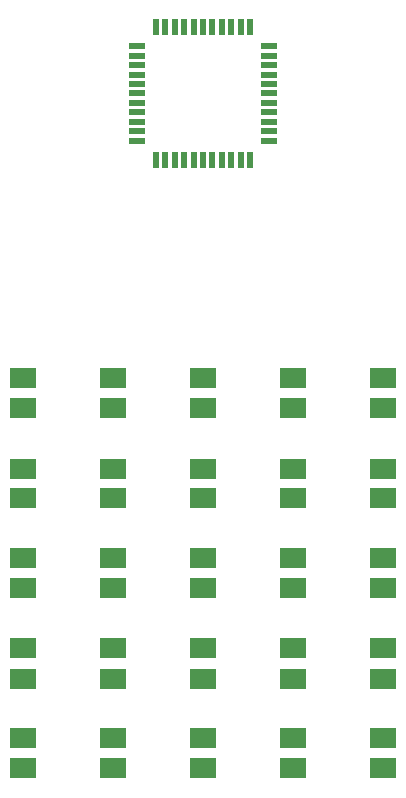
<source format=gbr>
%FSLAX23Y23*%
%MOIN*%
G04 EasyPC Gerber Version 17.0 Build 3379 *
%ADD15R,0.02400X0.05600*%
%ADD14R,0.05600X0.02400*%
%ADD16R,0.09000X0.07000*%
X0Y0D02*
D02*
D14*
X1282Y2295D03*
Y2327D03*
Y2358D03*
Y2390D03*
Y2421D03*
Y2453D03*
Y2484D03*
Y2515D03*
Y2547D03*
Y2578D03*
Y2610D03*
X1724Y2295D03*
Y2327D03*
Y2358D03*
Y2390D03*
Y2421D03*
Y2453D03*
Y2484D03*
Y2515D03*
Y2547D03*
Y2578D03*
Y2610D03*
D02*
D15*
X1345Y2232D03*
Y2674D03*
X1377Y2232D03*
Y2674D03*
X1408Y2232D03*
Y2674D03*
X1440Y2232D03*
Y2674D03*
X1471Y2232D03*
Y2674D03*
X1503Y2232D03*
Y2674D03*
X1534Y2232D03*
Y2674D03*
X1566Y2232D03*
Y2674D03*
X1597Y2232D03*
Y2674D03*
X1629Y2232D03*
Y2674D03*
X1660Y2232D03*
Y2674D03*
D02*
D16*
X903Y203D03*
Y303D03*
Y502D03*
Y603D03*
Y803D03*
Y903D03*
Y1103D03*
Y1202D03*
Y1403D03*
Y1503D03*
X1203Y203D03*
Y303D03*
Y502D03*
Y603D03*
Y803D03*
Y903D03*
Y1103D03*
Y1202D03*
Y1403D03*
Y1503D03*
X1503Y203D03*
Y303D03*
Y502D03*
Y603D03*
Y803D03*
Y903D03*
Y1103D03*
Y1202D03*
Y1403D03*
Y1503D03*
X1803Y203D03*
Y303D03*
Y502D03*
Y603D03*
Y803D03*
Y903D03*
Y1103D03*
Y1202D03*
Y1403D03*
Y1503D03*
X2103Y203D03*
Y303D03*
Y502D03*
Y603D03*
Y803D03*
Y903D03*
Y1103D03*
Y1202D03*
Y1403D03*
Y1503D03*
X0Y0D02*
M02*

</source>
